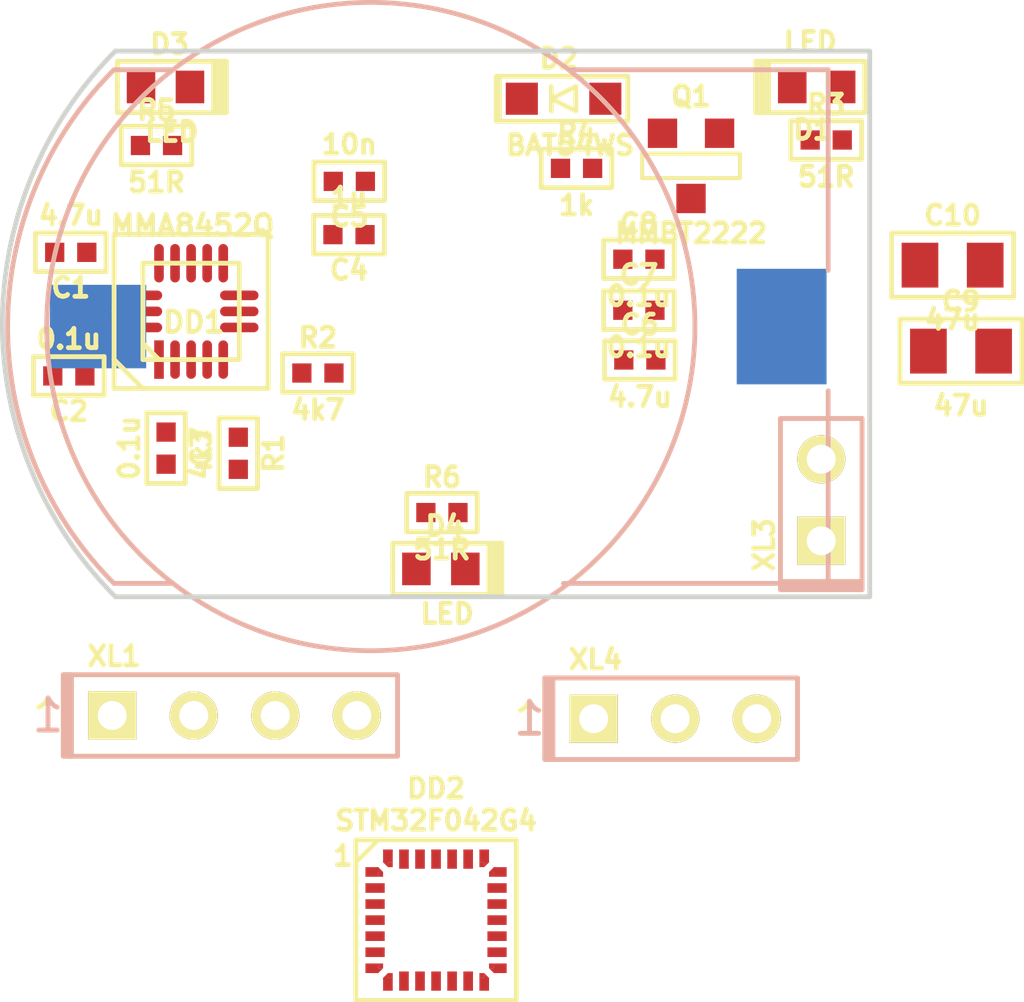
<source format=kicad_pcb>
(kicad_pcb (version 4) (host pcbnew 4.0.0-rc1-stable)

  (general
    (links 76)
    (no_connects 68)
    (area 124.304184 79.024999 151.475001 96.175001)
    (thickness 1.6)
    (drawings 4)
    (tracks 0)
    (zones 0)
    (modules 27)
    (nets 23)
  )

  (page A4)
  (layers
    (0 F.Cu signal)
    (31 B.Cu signal)
    (32 B.Adhes user)
    (33 F.Adhes user)
    (34 B.Paste user)
    (35 F.Paste user)
    (36 B.SilkS user)
    (37 F.SilkS user)
    (38 B.Mask user)
    (39 F.Mask user)
    (40 Dwgs.User user)
    (41 Cmts.User user)
    (42 Eco1.User user)
    (43 Eco2.User user)
    (44 Edge.Cuts user)
    (45 Margin user)
    (46 B.CrtYd user)
    (47 F.CrtYd user)
    (48 B.Fab user)
    (49 F.Fab user)
  )

  (setup
    (last_trace_width 0.2)
    (trace_clearance 0.2)
    (zone_clearance 0.508)
    (zone_45_only no)
    (trace_min 0.2)
    (segment_width 0.2)
    (edge_width 0.15)
    (via_size 0.8)
    (via_drill 0.3)
    (via_min_size 0.4)
    (via_min_drill 0.3)
    (uvia_size 0.3)
    (uvia_drill 0.1)
    (uvias_allowed no)
    (uvia_min_size 0.2)
    (uvia_min_drill 0.1)
    (pcb_text_width 0.3)
    (pcb_text_size 1.5 1.5)
    (mod_edge_width 0.15)
    (mod_text_size 1 1)
    (mod_text_width 0.15)
    (pad_size 1.524 1.524)
    (pad_drill 0.762)
    (pad_to_mask_clearance 0.2)
    (aux_axis_origin 0 0)
    (visible_elements 7FFFFFFF)
    (pcbplotparams
      (layerselection 0x00030_80000001)
      (usegerberextensions false)
      (excludeedgelayer true)
      (linewidth 0.100000)
      (plotframeref false)
      (viasonmask false)
      (mode 1)
      (useauxorigin false)
      (hpglpennumber 1)
      (hpglpenspeed 20)
      (hpglpendiameter 15)
      (hpglpenoverlay 2)
      (psnegative false)
      (psa4output false)
      (plotreference true)
      (plotvalue true)
      (plotinvisibletext false)
      (padsonsilk false)
      (subtractmaskfromsilk false)
      (outputformat 1)
      (mirror false)
      (drillshape 1)
      (scaleselection 1)
      (outputdirectory ""))
  )

  (net 0 "")
  (net 1 +BATT)
  (net 2 GND)
  (net 3 "Net-(C3-Pad1)")
  (net 4 /I2C_SCL)
  (net 5 /I2C_SDA)
  (net 6 "Net-(DD2-Pad14)")
  (net 7 "Net-(D1-PadA)")
  (net 8 "Net-(Q1-Pad1)")
  (net 9 /Vibro)
  (net 10 "Net-(D3-PadA)")
  (net 11 "Net-(DD2-Pad12)")
  (net 12 "Net-(D4-PadA)")
  (net 13 "Net-(DD2-Pad13)")
  (net 14 /ACC_INT1)
  (net 15 /UART_TX)
  (net 16 /UART_RX)
  (net 17 /SWDIO)
  (net 18 /SWCLK)
  (net 19 /Vibro_out)
  (net 20 "Net-(DD2-Pad1)")
  (net 21 "Net-(DD2-Pad7)")
  (net 22 "Net-(DD2-Pad15)")

  (net_class Default "This is the default net class."
    (clearance 0.2)
    (trace_width 0.2)
    (via_dia 0.8)
    (via_drill 0.3)
    (uvia_dia 0.3)
    (uvia_drill 0.1)
    (add_net /ACC_INT1)
    (add_net /I2C_SCL)
    (add_net /I2C_SDA)
    (add_net /SWCLK)
    (add_net /SWDIO)
    (add_net /UART_RX)
    (add_net /UART_TX)
    (add_net /Vibro)
    (add_net /Vibro_out)
    (add_net "Net-(C3-Pad1)")
    (add_net "Net-(D1-PadA)")
    (add_net "Net-(D3-PadA)")
    (add_net "Net-(D4-PadA)")
    (add_net "Net-(DD2-Pad1)")
    (add_net "Net-(DD2-Pad12)")
    (add_net "Net-(DD2-Pad13)")
    (add_net "Net-(DD2-Pad14)")
    (add_net "Net-(DD2-Pad15)")
    (add_net "Net-(DD2-Pad7)")
    (add_net "Net-(Q1-Pad1)")
  )

  (net_class Wide ""
    (clearance 0.2)
    (trace_width 0.5)
    (via_dia 0.8)
    (via_drill 0.3)
    (uvia_dia 0.3)
    (uvia_drill 0.1)
    (add_net +BATT)
    (add_net GND)
  )

  (module Batteries_kl:BAT_CH7410 (layer B.Cu) (tedit 4EBE1055) (tstamp 5648C141)
    (at 135.8571 87.6831)
    (path /56488297)
    (fp_text reference B1 (at 0 5.00126) (layer B.SilkS) hide
      (effects (font (thickness 0.3048)) (justify mirror))
    )
    (fp_text value BAT (at 0.24892 -2.75082) (layer B.SilkS) hide
      (effects (font (thickness 0.3048)) (justify mirror))
    )
    (fp_line (start -8.001 -8.001) (end -6.20014 -8.001) (layer B.SilkS) (width 0.14986))
    (fp_line (start -8.001 8.001) (end -6.20014 8.001) (layer B.SilkS) (width 0.14986))
    (fp_arc (start 0 0) (end -8.001 -8.001) (angle -90) (layer B.SilkS) (width 0.14986))
    (fp_line (start 14.2494 -1.75006) (end 14.2494 -8.001) (layer B.SilkS) (width 0.14986))
    (fp_line (start 14.2494 -8.001) (end 6.25094 -8.001) (layer B.SilkS) (width 0.14986))
    (fp_line (start 14.2494 1.99898) (end 14.2494 8.001) (layer B.SilkS) (width 0.14986))
    (fp_line (start 14.2494 8.001) (end 5.99948 8.001) (layer B.SilkS) (width 0.14986))
    (fp_circle (center 0 0) (end -10.09904 0) (layer B.SilkS) (width 0.14986))
    (pad C smd rect (at -8.49884 0) (size 2.99974 2.60096) (layers B.Cu B.Paste B.Mask)
      (net 2 GND))
    (pad A smd rect (at 12.79906 0) (size 2.79908 3.59918) (layers B.Cu B.Paste B.Mask)
      (net 1 +BATT))
  )

  (module Capacitors:CAP_0402 (layer F.Cu) (tedit 551C278F) (tstamp 5648C147)
    (at 126.5084 85.3708 180)
    (path /5648A72C)
    (attr smd)
    (fp_text reference C1 (at 0 -1.1 180) (layer F.SilkS)
      (effects (font (size 0.6 0.6) (thickness 0.15)))
    )
    (fp_text value 4.7u (at 0 1.15 180) (layer F.SilkS)
      (effects (font (size 0.6 0.6) (thickness 0.15)))
    )
    (fp_line (start 0 -0.6) (end 1.1 -0.6) (layer F.SilkS) (width 0.15))
    (fp_line (start 1.1 -0.6) (end 1.1 0.6) (layer F.SilkS) (width 0.15))
    (fp_line (start 1.1 0.6) (end -1.1 0.6) (layer F.SilkS) (width 0.15))
    (fp_line (start -1.1 0.6) (end -1.1 -0.6) (layer F.SilkS) (width 0.15))
    (fp_line (start -1.1 -0.6) (end 0 -0.6) (layer F.SilkS) (width 0.15))
    (pad 1 smd rect (at -0.5 0 180) (size 0.6 0.6) (layers F.Cu F.Paste F.Mask)
      (net 1 +BATT))
    (pad 2 smd rect (at 0.5 0 180) (size 0.6 0.6) (layers F.Cu F.Paste F.Mask)
      (net 2 GND))
    (model 3d\c_0402.wrl
      (at (xyz 0 0 0))
      (scale (xyz 1 1 1))
      (rotate (xyz 0 0 0))
    )
  )

  (module Capacitors:CAP_0402 (layer F.Cu) (tedit 551C278F) (tstamp 5648C14D)
    (at 126.4484 89.2208 180)
    (path /5648A771)
    (attr smd)
    (fp_text reference C2 (at 0 -1.1 180) (layer F.SilkS)
      (effects (font (size 0.6 0.6) (thickness 0.15)))
    )
    (fp_text value 0.1u (at 0 1.15 180) (layer F.SilkS)
      (effects (font (size 0.6 0.6) (thickness 0.15)))
    )
    (fp_line (start 0 -0.6) (end 1.1 -0.6) (layer F.SilkS) (width 0.15))
    (fp_line (start 1.1 -0.6) (end 1.1 0.6) (layer F.SilkS) (width 0.15))
    (fp_line (start 1.1 0.6) (end -1.1 0.6) (layer F.SilkS) (width 0.15))
    (fp_line (start -1.1 0.6) (end -1.1 -0.6) (layer F.SilkS) (width 0.15))
    (fp_line (start -1.1 -0.6) (end 0 -0.6) (layer F.SilkS) (width 0.15))
    (pad 1 smd rect (at -0.5 0 180) (size 0.6 0.6) (layers F.Cu F.Paste F.Mask)
      (net 1 +BATT))
    (pad 2 smd rect (at 0.5 0 180) (size 0.6 0.6) (layers F.Cu F.Paste F.Mask)
      (net 2 GND))
    (model 3d\c_0402.wrl
      (at (xyz 0 0 0))
      (scale (xyz 1 1 1))
      (rotate (xyz 0 0 0))
    )
  )

  (module Capacitors:CAP_0402 (layer F.Cu) (tedit 551C278F) (tstamp 5648C153)
    (at 129.4784 91.4708 270)
    (path /5648A7AA)
    (attr smd)
    (fp_text reference C3 (at 0 -1.1 270) (layer F.SilkS)
      (effects (font (size 0.6 0.6) (thickness 0.15)))
    )
    (fp_text value 0.1u (at 0 1.15 270) (layer F.SilkS)
      (effects (font (size 0.6 0.6) (thickness 0.15)))
    )
    (fp_line (start 0 -0.6) (end 1.1 -0.6) (layer F.SilkS) (width 0.15))
    (fp_line (start 1.1 -0.6) (end 1.1 0.6) (layer F.SilkS) (width 0.15))
    (fp_line (start 1.1 0.6) (end -1.1 0.6) (layer F.SilkS) (width 0.15))
    (fp_line (start -1.1 0.6) (end -1.1 -0.6) (layer F.SilkS) (width 0.15))
    (fp_line (start -1.1 -0.6) (end 0 -0.6) (layer F.SilkS) (width 0.15))
    (pad 1 smd rect (at -0.5 0 270) (size 0.6 0.6) (layers F.Cu F.Paste F.Mask)
      (net 3 "Net-(C3-Pad1)"))
    (pad 2 smd rect (at 0.5 0 270) (size 0.6 0.6) (layers F.Cu F.Paste F.Mask)
      (net 2 GND))
    (model 3d\c_0402.wrl
      (at (xyz 0 0 0))
      (scale (xyz 1 1 1))
      (rotate (xyz 0 0 0))
    )
  )

  (module Capacitors:CAP_0402 (layer F.Cu) (tedit 551C278F) (tstamp 5648C159)
    (at 135.1771 84.8193 180)
    (path /564710BB)
    (attr smd)
    (fp_text reference C4 (at 0 -1.1 180) (layer F.SilkS)
      (effects (font (size 0.6 0.6) (thickness 0.15)))
    )
    (fp_text value 1u (at 0 1.15 180) (layer F.SilkS)
      (effects (font (size 0.6 0.6) (thickness 0.15)))
    )
    (fp_line (start 0 -0.6) (end 1.1 -0.6) (layer F.SilkS) (width 0.15))
    (fp_line (start 1.1 -0.6) (end 1.1 0.6) (layer F.SilkS) (width 0.15))
    (fp_line (start 1.1 0.6) (end -1.1 0.6) (layer F.SilkS) (width 0.15))
    (fp_line (start -1.1 0.6) (end -1.1 -0.6) (layer F.SilkS) (width 0.15))
    (fp_line (start -1.1 -0.6) (end 0 -0.6) (layer F.SilkS) (width 0.15))
    (pad 1 smd rect (at -0.5 0 180) (size 0.6 0.6) (layers F.Cu F.Paste F.Mask)
      (net 1 +BATT))
    (pad 2 smd rect (at 0.5 0 180) (size 0.6 0.6) (layers F.Cu F.Paste F.Mask)
      (net 2 GND))
    (model 3d\c_0402.wrl
      (at (xyz 0 0 0))
      (scale (xyz 1 1 1))
      (rotate (xyz 0 0 0))
    )
  )

  (module Capacitors:CAP_0402 (layer F.Cu) (tedit 551C278F) (tstamp 5648C15F)
    (at 135.1871 83.1593 180)
    (path /56471098)
    (attr smd)
    (fp_text reference C5 (at 0 -1.1 180) (layer F.SilkS)
      (effects (font (size 0.6 0.6) (thickness 0.15)))
    )
    (fp_text value 10n (at 0 1.15 180) (layer F.SilkS)
      (effects (font (size 0.6 0.6) (thickness 0.15)))
    )
    (fp_line (start 0 -0.6) (end 1.1 -0.6) (layer F.SilkS) (width 0.15))
    (fp_line (start 1.1 -0.6) (end 1.1 0.6) (layer F.SilkS) (width 0.15))
    (fp_line (start 1.1 0.6) (end -1.1 0.6) (layer F.SilkS) (width 0.15))
    (fp_line (start -1.1 0.6) (end -1.1 -0.6) (layer F.SilkS) (width 0.15))
    (fp_line (start -1.1 -0.6) (end 0 -0.6) (layer F.SilkS) (width 0.15))
    (pad 1 smd rect (at -0.5 0 180) (size 0.6 0.6) (layers F.Cu F.Paste F.Mask)
      (net 1 +BATT))
    (pad 2 smd rect (at 0.5 0 180) (size 0.6 0.6) (layers F.Cu F.Paste F.Mask)
      (net 2 GND))
    (model 3d\c_0402.wrl
      (at (xyz 0 0 0))
      (scale (xyz 1 1 1))
      (rotate (xyz 0 0 0))
    )
  )

  (module Capacitors:CAP_0402 (layer F.Cu) (tedit 551C278F) (tstamp 5648C165)
    (at 144.2387 88.7247)
    (path /5647104C)
    (attr smd)
    (fp_text reference C6 (at 0 -1.1) (layer F.SilkS)
      (effects (font (size 0.6 0.6) (thickness 0.15)))
    )
    (fp_text value 4.7u (at 0 1.15) (layer F.SilkS)
      (effects (font (size 0.6 0.6) (thickness 0.15)))
    )
    (fp_line (start 0 -0.6) (end 1.1 -0.6) (layer F.SilkS) (width 0.15))
    (fp_line (start 1.1 -0.6) (end 1.1 0.6) (layer F.SilkS) (width 0.15))
    (fp_line (start 1.1 0.6) (end -1.1 0.6) (layer F.SilkS) (width 0.15))
    (fp_line (start -1.1 0.6) (end -1.1 -0.6) (layer F.SilkS) (width 0.15))
    (fp_line (start -1.1 -0.6) (end 0 -0.6) (layer F.SilkS) (width 0.15))
    (pad 1 smd rect (at -0.5 0) (size 0.6 0.6) (layers F.Cu F.Paste F.Mask)
      (net 1 +BATT))
    (pad 2 smd rect (at 0.5 0) (size 0.6 0.6) (layers F.Cu F.Paste F.Mask)
      (net 2 GND))
    (model 3d\c_0402.wrl
      (at (xyz 0 0 0))
      (scale (xyz 1 1 1))
      (rotate (xyz 0 0 0))
    )
  )

  (module Capacitors:CAP_0402 (layer F.Cu) (tedit 551C278F) (tstamp 5648C16B)
    (at 144.2087 87.1747)
    (path /5647102D)
    (attr smd)
    (fp_text reference C7 (at 0 -1.1) (layer F.SilkS)
      (effects (font (size 0.6 0.6) (thickness 0.15)))
    )
    (fp_text value 0.1u (at 0 1.15) (layer F.SilkS)
      (effects (font (size 0.6 0.6) (thickness 0.15)))
    )
    (fp_line (start 0 -0.6) (end 1.1 -0.6) (layer F.SilkS) (width 0.15))
    (fp_line (start 1.1 -0.6) (end 1.1 0.6) (layer F.SilkS) (width 0.15))
    (fp_line (start 1.1 0.6) (end -1.1 0.6) (layer F.SilkS) (width 0.15))
    (fp_line (start -1.1 0.6) (end -1.1 -0.6) (layer F.SilkS) (width 0.15))
    (fp_line (start -1.1 -0.6) (end 0 -0.6) (layer F.SilkS) (width 0.15))
    (pad 1 smd rect (at -0.5 0) (size 0.6 0.6) (layers F.Cu F.Paste F.Mask)
      (net 1 +BATT))
    (pad 2 smd rect (at 0.5 0) (size 0.6 0.6) (layers F.Cu F.Paste F.Mask)
      (net 2 GND))
    (model 3d\c_0402.wrl
      (at (xyz 0 0 0))
      (scale (xyz 1 1 1))
      (rotate (xyz 0 0 0))
    )
  )

  (module Capacitors:CAP_0402 (layer F.Cu) (tedit 551C278F) (tstamp 5648C171)
    (at 144.2087 85.5847)
    (path /56470FC3)
    (attr smd)
    (fp_text reference C8 (at 0 -1.1) (layer F.SilkS)
      (effects (font (size 0.6 0.6) (thickness 0.15)))
    )
    (fp_text value 0.1u (at 0 1.15) (layer F.SilkS)
      (effects (font (size 0.6 0.6) (thickness 0.15)))
    )
    (fp_line (start 0 -0.6) (end 1.1 -0.6) (layer F.SilkS) (width 0.15))
    (fp_line (start 1.1 -0.6) (end 1.1 0.6) (layer F.SilkS) (width 0.15))
    (fp_line (start 1.1 0.6) (end -1.1 0.6) (layer F.SilkS) (width 0.15))
    (fp_line (start -1.1 0.6) (end -1.1 -0.6) (layer F.SilkS) (width 0.15))
    (fp_line (start -1.1 -0.6) (end 0 -0.6) (layer F.SilkS) (width 0.15))
    (pad 1 smd rect (at -0.5 0) (size 0.6 0.6) (layers F.Cu F.Paste F.Mask)
      (net 1 +BATT))
    (pad 2 smd rect (at 0.5 0) (size 0.6 0.6) (layers F.Cu F.Paste F.Mask)
      (net 2 GND))
    (model 3d\c_0402.wrl
      (at (xyz 0 0 0))
      (scale (xyz 1 1 1))
      (rotate (xyz 0 0 0))
    )
  )

  (module Capacitors:CAP_0805 (layer F.Cu) (tedit 551AC196) (tstamp 5648C177)
    (at 154.2445 88.4484)
    (path /56488B5E)
    (attr smd)
    (fp_text reference C9 (at 0 -1.55) (layer F.SilkS)
      (effects (font (size 0.6 0.6) (thickness 0.15)))
    )
    (fp_text value 47u (at 0 1.69926) (layer F.SilkS)
      (effects (font (size 0.6 0.6) (thickness 0.15)))
    )
    (fp_line (start -1.9 -1) (end 1.9 -1) (layer F.SilkS) (width 0.15))
    (fp_line (start 1.9 -1) (end 1.9 1) (layer F.SilkS) (width 0.15))
    (fp_line (start 1.9 1) (end -1.9 1) (layer F.SilkS) (width 0.15))
    (fp_line (start -1.9 1) (end -1.9 -1) (layer F.SilkS) (width 0.15))
    (pad 1 smd rect (at -1.016 0) (size 1.143 1.397) (layers F.Cu F.Paste F.Mask)
      (net 1 +BATT))
    (pad 2 smd rect (at 1.016 0) (size 1.143 1.397) (layers F.Cu F.Paste F.Mask)
      (net 2 GND))
    (model 3d\c_0805.wrl
      (at (xyz 0 0 0))
      (scale (xyz 1 1 1))
      (rotate (xyz 0 0 0))
    )
  )

  (module Capacitors:CAP_0805 (layer F.Cu) (tedit 551AC196) (tstamp 5648C17D)
    (at 153.9817 85.77)
    (path /56488B03)
    (attr smd)
    (fp_text reference C10 (at 0 -1.55) (layer F.SilkS)
      (effects (font (size 0.6 0.6) (thickness 0.15)))
    )
    (fp_text value 47u (at 0 1.69926) (layer F.SilkS)
      (effects (font (size 0.6 0.6) (thickness 0.15)))
    )
    (fp_line (start -1.9 -1) (end 1.9 -1) (layer F.SilkS) (width 0.15))
    (fp_line (start 1.9 -1) (end 1.9 1) (layer F.SilkS) (width 0.15))
    (fp_line (start 1.9 1) (end -1.9 1) (layer F.SilkS) (width 0.15))
    (fp_line (start -1.9 1) (end -1.9 -1) (layer F.SilkS) (width 0.15))
    (pad 1 smd rect (at -1.016 0) (size 1.143 1.397) (layers F.Cu F.Paste F.Mask)
      (net 1 +BATT))
    (pad 2 smd rect (at 1.016 0) (size 1.143 1.397) (layers F.Cu F.Paste F.Mask)
      (net 2 GND))
    (model 3d\c_0805.wrl
      (at (xyz 0 0 0))
      (scale (xyz 1 1 1))
      (rotate (xyz 0 0 0))
    )
  )

  (module LEDs:LED_0603 (layer F.Cu) (tedit 551AD5AC) (tstamp 5648C183)
    (at 149.7482 80.2183 180)
    (path /56489C07)
    (attr smd)
    (fp_text reference D1 (at 0.127 -1.3335 180) (layer F.SilkS)
      (effects (font (size 0.6 0.6) (thickness 0.15)))
    )
    (fp_text value LED (at 0.2 1.4 180) (layer F.SilkS)
      (effects (font (size 0.6 0.6) (thickness 0.15)))
    )
    (fp_line (start 1.7 -0.8) (end 1.9 -0.8) (layer F.SilkS) (width 0.15))
    (fp_line (start 1.9 -0.8) (end 1.9 0.8) (layer F.SilkS) (width 0.15))
    (fp_line (start 1.9 0.8) (end 1.7 0.8) (layer F.SilkS) (width 0.15))
    (fp_line (start 1.5 -0.8) (end 1.65 -0.8) (layer F.SilkS) (width 0.15))
    (fp_line (start 1.65 -0.8) (end 1.65 0.8) (layer F.SilkS) (width 0.15))
    (fp_line (start 1.65 0.8) (end 1.5 0.8) (layer F.SilkS) (width 0.15))
    (fp_line (start 1.5 0.8) (end 1.75 0.8) (layer F.SilkS) (width 0.15))
    (fp_line (start 1.75 0.8) (end 1.75 -0.8) (layer F.SilkS) (width 0.15))
    (fp_line (start 1.75 -0.8) (end 1.65 -0.8) (layer F.SilkS) (width 0.15))
    (fp_line (start -1.5 0) (end -1.5 -0.8) (layer F.SilkS) (width 0.15))
    (fp_line (start -1.5 -0.8) (end 1.5 -0.8) (layer F.SilkS) (width 0.15))
    (fp_line (start 1.5 -0.8) (end 1.5 0.8) (layer F.SilkS) (width 0.15))
    (fp_line (start 1.5 0.8) (end -1.5 0.8) (layer F.SilkS) (width 0.15))
    (fp_line (start -1.5 0.8) (end -1.5 -0.1) (layer F.SilkS) (width 0.15))
    (pad A smd rect (at -0.762 0 180) (size 0.889 1.016) (layers F.Cu F.Paste F.Mask)
      (net 7 "Net-(D1-PadA)"))
    (pad C smd rect (at 0.762 0 180) (size 0.889 1.016) (layers F.Cu F.Paste F.Mask)
      (net 2 GND))
    (model smd/chip_cms.wrl
      (at (xyz 0 0 0))
      (scale (xyz 0.1 0.1 0.1))
      (rotate (xyz 0 0 0))
    )
  )

  (module Diodes:SOD323 (layer F.Cu) (tedit 551FD193) (tstamp 5648C189)
    (at 141.8622 80.5854)
    (path /56488C75)
    (attr smd)
    (fp_text reference D2 (at -0.14986 -1.24968) (layer F.SilkS)
      (effects (font (size 0.59944 0.59944) (thickness 0.14986)))
    )
    (fp_text value BAT54WS (at 0.20066 1.45034) (layer F.SilkS)
      (effects (font (size 0.59944 0.59944) (thickness 0.14986)))
    )
    (fp_line (start -2 -0.7) (end -2.1 -0.7) (layer F.SilkS) (width 0.15))
    (fp_line (start -2.1 -0.7) (end -2.1 0.7) (layer F.SilkS) (width 0.15))
    (fp_line (start -2.1 0.7) (end -2 0.7) (layer F.SilkS) (width 0.15))
    (fp_line (start -2 -0.7) (end 2 -0.7) (layer F.SilkS) (width 0.15))
    (fp_line (start 2 -0.7) (end 2 0.7) (layer F.SilkS) (width 0.15))
    (fp_line (start 2 0.7) (end -2 0.7) (layer F.SilkS) (width 0.15))
    (fp_line (start -2 0.7) (end -2 -0.7) (layer F.SilkS) (width 0.15))
    (fp_line (start -0.381 0.381) (end -0.381 -0.381) (layer F.SilkS) (width 0.15))
    (fp_line (start 0.381 0) (end 0.381 -0.381) (layer F.SilkS) (width 0.15))
    (fp_line (start 0.381 -0.381) (end -0.381 0) (layer F.SilkS) (width 0.15))
    (fp_line (start -0.381 0) (end 0.381 0.381) (layer F.SilkS) (width 0.15))
    (fp_line (start 0.381 0.381) (end 0.381 0) (layer F.SilkS) (width 0.15))
    (pad C smd rect (at -1.30048 0) (size 1.00076 1.00076) (layers F.Cu F.Paste F.Mask)
      (net 1 +BATT))
    (pad A smd rect (at 1.30048 0) (size 1.00076 1.00076) (layers F.Cu F.Paste F.Mask)
      (net 19 /Vibro_out))
    (model smd/chip_cms.wrl
      (at (xyz 0 0 0))
      (scale (xyz 0.17 0.16 0.16))
      (rotate (xyz 0 0 0))
    )
  )

  (module LEDs:LED_0603 (layer F.Cu) (tedit 551AD5AC) (tstamp 5648C18F)
    (at 129.4601 80.2184)
    (path /5648A4BE)
    (attr smd)
    (fp_text reference D3 (at 0.127 -1.3335) (layer F.SilkS)
      (effects (font (size 0.6 0.6) (thickness 0.15)))
    )
    (fp_text value LED (at 0.2 1.4) (layer F.SilkS)
      (effects (font (size 0.6 0.6) (thickness 0.15)))
    )
    (fp_line (start 1.7 -0.8) (end 1.9 -0.8) (layer F.SilkS) (width 0.15))
    (fp_line (start 1.9 -0.8) (end 1.9 0.8) (layer F.SilkS) (width 0.15))
    (fp_line (start 1.9 0.8) (end 1.7 0.8) (layer F.SilkS) (width 0.15))
    (fp_line (start 1.5 -0.8) (end 1.65 -0.8) (layer F.SilkS) (width 0.15))
    (fp_line (start 1.65 -0.8) (end 1.65 0.8) (layer F.SilkS) (width 0.15))
    (fp_line (start 1.65 0.8) (end 1.5 0.8) (layer F.SilkS) (width 0.15))
    (fp_line (start 1.5 0.8) (end 1.75 0.8) (layer F.SilkS) (width 0.15))
    (fp_line (start 1.75 0.8) (end 1.75 -0.8) (layer F.SilkS) (width 0.15))
    (fp_line (start 1.75 -0.8) (end 1.65 -0.8) (layer F.SilkS) (width 0.15))
    (fp_line (start -1.5 0) (end -1.5 -0.8) (layer F.SilkS) (width 0.15))
    (fp_line (start -1.5 -0.8) (end 1.5 -0.8) (layer F.SilkS) (width 0.15))
    (fp_line (start 1.5 -0.8) (end 1.5 0.8) (layer F.SilkS) (width 0.15))
    (fp_line (start 1.5 0.8) (end -1.5 0.8) (layer F.SilkS) (width 0.15))
    (fp_line (start -1.5 0.8) (end -1.5 -0.1) (layer F.SilkS) (width 0.15))
    (pad A smd rect (at -0.762 0) (size 0.889 1.016) (layers F.Cu F.Paste F.Mask)
      (net 10 "Net-(D3-PadA)"))
    (pad C smd rect (at 0.762 0) (size 0.889 1.016) (layers F.Cu F.Paste F.Mask)
      (net 2 GND))
    (model smd/chip_cms.wrl
      (at (xyz 0 0 0))
      (scale (xyz 0.1 0.1 0.1))
      (rotate (xyz 0 0 0))
    )
  )

  (module LEDs:LED_0603 (layer F.Cu) (tedit 551AD5AC) (tstamp 5648C195)
    (at 138.039 95.2334)
    (path /5648A575)
    (attr smd)
    (fp_text reference D4 (at 0.127 -1.3335) (layer F.SilkS)
      (effects (font (size 0.6 0.6) (thickness 0.15)))
    )
    (fp_text value LED (at 0.2 1.4) (layer F.SilkS)
      (effects (font (size 0.6 0.6) (thickness 0.15)))
    )
    (fp_line (start 1.7 -0.8) (end 1.9 -0.8) (layer F.SilkS) (width 0.15))
    (fp_line (start 1.9 -0.8) (end 1.9 0.8) (layer F.SilkS) (width 0.15))
    (fp_line (start 1.9 0.8) (end 1.7 0.8) (layer F.SilkS) (width 0.15))
    (fp_line (start 1.5 -0.8) (end 1.65 -0.8) (layer F.SilkS) (width 0.15))
    (fp_line (start 1.65 -0.8) (end 1.65 0.8) (layer F.SilkS) (width 0.15))
    (fp_line (start 1.65 0.8) (end 1.5 0.8) (layer F.SilkS) (width 0.15))
    (fp_line (start 1.5 0.8) (end 1.75 0.8) (layer F.SilkS) (width 0.15))
    (fp_line (start 1.75 0.8) (end 1.75 -0.8) (layer F.SilkS) (width 0.15))
    (fp_line (start 1.75 -0.8) (end 1.65 -0.8) (layer F.SilkS) (width 0.15))
    (fp_line (start -1.5 0) (end -1.5 -0.8) (layer F.SilkS) (width 0.15))
    (fp_line (start -1.5 -0.8) (end 1.5 -0.8) (layer F.SilkS) (width 0.15))
    (fp_line (start 1.5 -0.8) (end 1.5 0.8) (layer F.SilkS) (width 0.15))
    (fp_line (start 1.5 0.8) (end -1.5 0.8) (layer F.SilkS) (width 0.15))
    (fp_line (start -1.5 0.8) (end -1.5 -0.1) (layer F.SilkS) (width 0.15))
    (pad A smd rect (at -0.762 0) (size 0.889 1.016) (layers F.Cu F.Paste F.Mask)
      (net 12 "Net-(D4-PadA)"))
    (pad C smd rect (at 0.762 0) (size 0.889 1.016) (layers F.Cu F.Paste F.Mask)
      (net 2 GND))
    (model smd/chip_cms.wrl
      (at (xyz 0 0 0))
      (scale (xyz 0.1 0.1 0.1))
      (rotate (xyz 0 0 0))
    )
  )

  (module QFN_DFN:QFN16_5_3 (layer F.Cu) (tedit 5648C532) (tstamp 5648C1A9)
    (at 130.2584 87.2108)
    (path /5648A46A)
    (fp_text reference DD1 (at 0.08 0.34) (layer F.SilkS)
      (effects (font (size 0.635 0.635) (thickness 0.14986)))
    )
    (fp_text value MMA8452Q (at 0.04 -2.67) (layer F.SilkS)
      (effects (font (size 0.635 0.635) (thickness 0.14986)))
    )
    (fp_line (start -2.4 1.5) (end -1.5 2.4) (layer F.SilkS) (width 0.15))
    (fp_line (start -1.5 2.4) (end -1.4 2.4) (layer F.SilkS) (width 0.15))
    (fp_line (start -2.4 0) (end -2.4 -2.4) (layer F.SilkS) (width 0.15))
    (fp_line (start -2.4 -2.4) (end 2.4 -2.4) (layer F.SilkS) (width 0.15))
    (fp_line (start 2.4 -2.4) (end 2.4 2.4) (layer F.SilkS) (width 0.15))
    (fp_line (start 2.4 2.4) (end -2.4 2.4) (layer F.SilkS) (width 0.15))
    (fp_line (start -2.4 2.4) (end -2.4 0) (layer F.SilkS) (width 0.15))
    (fp_line (start -1.50114 1.00076) (end -1.00076 1.50114) (layer F.SilkS) (width 0.14986))
    (fp_line (start -1.50114 -1.50114) (end 1.50114 -1.50114) (layer F.SilkS) (width 0.14986))
    (fp_line (start 1.50114 -1.50114) (end 1.50114 1.50114) (layer F.SilkS) (width 0.14986))
    (fp_line (start 1.50114 1.50114) (end -1.50114 1.50114) (layer F.SilkS) (width 0.14986))
    (fp_line (start -1.50114 1.50114) (end -1.50114 -1.50114) (layer F.SilkS) (width 0.14986))
    (pad 1 smd rect (at -1.00076 1.50114 90) (size 1.19888 0.29972) (layers F.Cu F.Paste F.Mask)
      (net 1 +BATT))
    (pad 2 smd oval (at -0.50038 1.50114 90) (size 1.19888 0.29972) (layers F.Cu F.Paste F.Mask)
      (net 3 "Net-(C3-Pad1)"))
    (pad 3 smd oval (at 0 1.50114 90) (size 1.19888 0.29972) (layers F.Cu F.Paste F.Mask))
    (pad 4 smd oval (at 0.50038 1.50114 90) (size 1.19888 0.29972) (layers F.Cu F.Paste F.Mask)
      (net 4 /I2C_SCL))
    (pad 5 smd oval (at 1.00076 1.50114 90) (size 1.19888 0.29972) (layers F.Cu F.Paste F.Mask)
      (net 2 GND))
    (pad 6 smd oval (at 1.50114 0.50038) (size 1.19888 0.29972) (layers F.Cu F.Paste F.Mask)
      (net 5 /I2C_SDA))
    (pad 7 smd oval (at 1.50114 0) (size 1.19888 0.29972) (layers F.Cu F.Paste F.Mask)
      (net 2 GND))
    (pad 8 smd oval (at 1.50114 -0.50038) (size 1.19888 0.29972) (layers F.Cu F.Paste F.Mask))
    (pad 9 smd oval (at 1.00076 -1.50114 90) (size 1.19888 0.29972) (layers F.Cu F.Paste F.Mask))
    (pad 10 smd oval (at 0.50038 -1.50114 90) (size 1.19888 0.29972) (layers F.Cu F.Paste F.Mask)
      (net 2 GND))
    (pad 11 smd oval (at 0 -1.50114 90) (size 1.19888 0.29972) (layers F.Cu F.Paste F.Mask)
      (net 14 /ACC_INT1))
    (pad 12 smd oval (at -0.50038 -1.50114 90) (size 1.19888 0.29972) (layers F.Cu F.Paste F.Mask)
      (net 2 GND))
    (pad 13 smd oval (at -1.00076 -1.50114 90) (size 1.19888 0.29972) (layers F.Cu F.Paste F.Mask))
    (pad 14 smd oval (at -1.50114 -0.50038) (size 1.19888 0.29972) (layers F.Cu F.Paste F.Mask)
      (net 1 +BATT))
    (pad 15 smd oval (at -1.50114 0) (size 1.19888 0.29972) (layers F.Cu F.Paste F.Mask))
    (pad 16 smd oval (at -1.50114 0.50038) (size 1.19888 0.29972) (layers F.Cu F.Paste F.Mask))
  )

  (module SOT:SOT23-3 (layer F.Cu) (tedit 551BED86) (tstamp 5648C1E0)
    (at 145.833 82.6763)
    (descr "Module SOT23")
    (path /56488F54)
    (attr smd)
    (fp_text reference Q1 (at 0 -2.159) (layer F.SilkS)
      (effects (font (size 0.6 0.6) (thickness 0.15)))
    )
    (fp_text value MMBT2222 (at 0 2.10058) (layer F.SilkS)
      (effects (font (size 0.59944 0.59944) (thickness 0.14986)))
    )
    (fp_line (start -1.524 -0.381) (end 1.524 -0.381) (layer F.SilkS) (width 0.127))
    (fp_line (start 1.524 -0.381) (end 1.524 0.381) (layer F.SilkS) (width 0.127))
    (fp_line (start 1.524 0.381) (end -1.524 0.381) (layer F.SilkS) (width 0.127))
    (fp_line (start -1.524 0.381) (end -1.524 -0.381) (layer F.SilkS) (width 0.127))
    (pad 2 smd rect (at -0.889 -1.016) (size 0.9144 0.9144) (layers F.Cu F.Paste F.Mask)
      (net 2 GND))
    (pad 1 smd rect (at 0.889 -1.016) (size 0.9144 0.9144) (layers F.Cu F.Paste F.Mask)
      (net 8 "Net-(Q1-Pad1)"))
    (pad 3 smd rect (at 0 1.016) (size 0.9144 0.9144) (layers F.Cu F.Paste F.Mask)
      (net 19 /Vibro_out))
    (model sot23-3.wrl
      (at (xyz 0 0 0))
      (scale (xyz 1 1 1))
      (rotate (xyz 0 0 180))
    )
  )

  (module Resistors:RES_0402 (layer F.Cu) (tedit 551C257B) (tstamp 5648C1E6)
    (at 131.7284 91.6308 270)
    (path /5648AE67)
    (attr smd)
    (fp_text reference R1 (at 0 -1.1 270) (layer F.SilkS)
      (effects (font (size 0.6 0.6) (thickness 0.15)))
    )
    (fp_text value 4k7 (at 0 1.15 270) (layer F.SilkS)
      (effects (font (size 0.6 0.6) (thickness 0.15)))
    )
    (fp_line (start 0 -0.6) (end 1.1 -0.6) (layer F.SilkS) (width 0.15))
    (fp_line (start 1.1 -0.6) (end 1.1 0.6) (layer F.SilkS) (width 0.15))
    (fp_line (start 1.1 0.6) (end -1.1 0.6) (layer F.SilkS) (width 0.15))
    (fp_line (start -1.1 0.6) (end -1.1 -0.6) (layer F.SilkS) (width 0.15))
    (fp_line (start -1.1 -0.6) (end 0 -0.6) (layer F.SilkS) (width 0.15))
    (pad 1 smd rect (at -0.5 0 270) (size 0.6 0.6) (layers F.Cu F.Paste F.Mask)
      (net 4 /I2C_SCL))
    (pad 2 smd rect (at 0.5 0 270) (size 0.6 0.6) (layers F.Cu F.Paste F.Mask)
      (net 1 +BATT))
    (model 3d\r_0402.wrl
      (at (xyz 0 0 0))
      (scale (xyz 1 1 1))
      (rotate (xyz 0 0 0))
    )
  )

  (module Resistors:RES_0402 (layer F.Cu) (tedit 551C257B) (tstamp 5648C1EC)
    (at 134.2084 89.1308)
    (path /5648AEC4)
    (attr smd)
    (fp_text reference R2 (at 0 -1.1) (layer F.SilkS)
      (effects (font (size 0.6 0.6) (thickness 0.15)))
    )
    (fp_text value 4k7 (at 0 1.15) (layer F.SilkS)
      (effects (font (size 0.6 0.6) (thickness 0.15)))
    )
    (fp_line (start 0 -0.6) (end 1.1 -0.6) (layer F.SilkS) (width 0.15))
    (fp_line (start 1.1 -0.6) (end 1.1 0.6) (layer F.SilkS) (width 0.15))
    (fp_line (start 1.1 0.6) (end -1.1 0.6) (layer F.SilkS) (width 0.15))
    (fp_line (start -1.1 0.6) (end -1.1 -0.6) (layer F.SilkS) (width 0.15))
    (fp_line (start -1.1 -0.6) (end 0 -0.6) (layer F.SilkS) (width 0.15))
    (pad 1 smd rect (at -0.5 0) (size 0.6 0.6) (layers F.Cu F.Paste F.Mask)
      (net 5 /I2C_SDA))
    (pad 2 smd rect (at 0.5 0) (size 0.6 0.6) (layers F.Cu F.Paste F.Mask)
      (net 1 +BATT))
    (model 3d\r_0402.wrl
      (at (xyz 0 0 0))
      (scale (xyz 1 1 1))
      (rotate (xyz 0 0 0))
    )
  )

  (module Resistors:RES_0402 (layer F.Cu) (tedit 551C257B) (tstamp 5648C1F2)
    (at 150.0445 81.8708)
    (path /56489CC6)
    (attr smd)
    (fp_text reference R3 (at 0 -1.1) (layer F.SilkS)
      (effects (font (size 0.6 0.6) (thickness 0.15)))
    )
    (fp_text value 51R (at 0 1.15) (layer F.SilkS)
      (effects (font (size 0.6 0.6) (thickness 0.15)))
    )
    (fp_line (start 0 -0.6) (end 1.1 -0.6) (layer F.SilkS) (width 0.15))
    (fp_line (start 1.1 -0.6) (end 1.1 0.6) (layer F.SilkS) (width 0.15))
    (fp_line (start 1.1 0.6) (end -1.1 0.6) (layer F.SilkS) (width 0.15))
    (fp_line (start -1.1 0.6) (end -1.1 -0.6) (layer F.SilkS) (width 0.15))
    (fp_line (start -1.1 -0.6) (end 0 -0.6) (layer F.SilkS) (width 0.15))
    (pad 1 smd rect (at -0.5 0) (size 0.6 0.6) (layers F.Cu F.Paste F.Mask)
      (net 6 "Net-(DD2-Pad14)"))
    (pad 2 smd rect (at 0.5 0) (size 0.6 0.6) (layers F.Cu F.Paste F.Mask)
      (net 7 "Net-(D1-PadA)"))
    (model 3d\r_0402.wrl
      (at (xyz 0 0 0))
      (scale (xyz 1 1 1))
      (rotate (xyz 0 0 0))
    )
  )

  (module Resistors:RES_0402 (layer F.Cu) (tedit 551C257B) (tstamp 5648C1F8)
    (at 142.267 82.7545)
    (path /5648910B)
    (attr smd)
    (fp_text reference R4 (at 0 -1.1) (layer F.SilkS)
      (effects (font (size 0.6 0.6) (thickness 0.15)))
    )
    (fp_text value 1k (at 0 1.15) (layer F.SilkS)
      (effects (font (size 0.6 0.6) (thickness 0.15)))
    )
    (fp_line (start 0 -0.6) (end 1.1 -0.6) (layer F.SilkS) (width 0.15))
    (fp_line (start 1.1 -0.6) (end 1.1 0.6) (layer F.SilkS) (width 0.15))
    (fp_line (start 1.1 0.6) (end -1.1 0.6) (layer F.SilkS) (width 0.15))
    (fp_line (start -1.1 0.6) (end -1.1 -0.6) (layer F.SilkS) (width 0.15))
    (fp_line (start -1.1 -0.6) (end 0 -0.6) (layer F.SilkS) (width 0.15))
    (pad 1 smd rect (at -0.5 0) (size 0.6 0.6) (layers F.Cu F.Paste F.Mask)
      (net 8 "Net-(Q1-Pad1)"))
    (pad 2 smd rect (at 0.5 0) (size 0.6 0.6) (layers F.Cu F.Paste F.Mask)
      (net 9 /Vibro))
    (model 3d\r_0402.wrl
      (at (xyz 0 0 0))
      (scale (xyz 1 1 1))
      (rotate (xyz 0 0 0))
    )
  )

  (module Resistors:RES_0402 (layer F.Cu) (tedit 551C257B) (tstamp 5648C1FE)
    (at 129.1801 82.0421)
    (path /5648A5E6)
    (attr smd)
    (fp_text reference R5 (at 0 -1.1) (layer F.SilkS)
      (effects (font (size 0.6 0.6) (thickness 0.15)))
    )
    (fp_text value 51R (at 0 1.15) (layer F.SilkS)
      (effects (font (size 0.6 0.6) (thickness 0.15)))
    )
    (fp_line (start 0 -0.6) (end 1.1 -0.6) (layer F.SilkS) (width 0.15))
    (fp_line (start 1.1 -0.6) (end 1.1 0.6) (layer F.SilkS) (width 0.15))
    (fp_line (start 1.1 0.6) (end -1.1 0.6) (layer F.SilkS) (width 0.15))
    (fp_line (start -1.1 0.6) (end -1.1 -0.6) (layer F.SilkS) (width 0.15))
    (fp_line (start -1.1 -0.6) (end 0 -0.6) (layer F.SilkS) (width 0.15))
    (pad 1 smd rect (at -0.5 0) (size 0.6 0.6) (layers F.Cu F.Paste F.Mask)
      (net 10 "Net-(D3-PadA)"))
    (pad 2 smd rect (at 0.5 0) (size 0.6 0.6) (layers F.Cu F.Paste F.Mask)
      (net 11 "Net-(DD2-Pad12)"))
    (model 3d\r_0402.wrl
      (at (xyz 0 0 0))
      (scale (xyz 1 1 1))
      (rotate (xyz 0 0 0))
    )
  )

  (module Resistors:RES_0402 (layer F.Cu) (tedit 551C257B) (tstamp 5648C204)
    (at 138.0727 93.4772)
    (path /5648A67F)
    (attr smd)
    (fp_text reference R6 (at 0 -1.1) (layer F.SilkS)
      (effects (font (size 0.6 0.6) (thickness 0.15)))
    )
    (fp_text value 51R (at 0 1.15) (layer F.SilkS)
      (effects (font (size 0.6 0.6) (thickness 0.15)))
    )
    (fp_line (start 0 -0.6) (end 1.1 -0.6) (layer F.SilkS) (width 0.15))
    (fp_line (start 1.1 -0.6) (end 1.1 0.6) (layer F.SilkS) (width 0.15))
    (fp_line (start 1.1 0.6) (end -1.1 0.6) (layer F.SilkS) (width 0.15))
    (fp_line (start -1.1 0.6) (end -1.1 -0.6) (layer F.SilkS) (width 0.15))
    (fp_line (start -1.1 -0.6) (end 0 -0.6) (layer F.SilkS) (width 0.15))
    (pad 1 smd rect (at -0.5 0) (size 0.6 0.6) (layers F.Cu F.Paste F.Mask)
      (net 12 "Net-(D4-PadA)"))
    (pad 2 smd rect (at 0.5 0) (size 0.6 0.6) (layers F.Cu F.Paste F.Mask)
      (net 13 "Net-(DD2-Pad13)"))
    (model 3d\r_0402.wrl
      (at (xyz 0 0 0))
      (scale (xyz 1 1 1))
      (rotate (xyz 0 0 0))
    )
  )

  (module Connectors:PLS-2 (layer F.Cu) (tedit 556EEC20) (tstamp 5648C219)
    (at 149.89 94.357 90)
    (descr "Single-line connector 2-pin")
    (path /56488D61)
    (fp_text reference XL3 (at -0.127 -1.778 90) (layer F.SilkS)
      (effects (font (size 0.6 0.6) (thickness 0.15)))
    )
    (fp_text value CONN_2 (at 3.048 -1.778 90) (layer F.SilkS) hide
      (effects (font (size 0.635 0.635) (thickness 0.16002)))
    )
    (fp_line (start -1.524 -1.27) (end 3.81 -1.27) (layer B.SilkS) (width 0.15))
    (fp_line (start 3.81 -1.27) (end 3.81 1.27) (layer B.SilkS) (width 0.15))
    (fp_line (start 3.81 1.27) (end -1.524 1.27) (layer B.SilkS) (width 0.15))
    (fp_line (start -1.524 1.27) (end -1.524 -1.27) (layer B.SilkS) (width 0.15))
    (fp_line (start -1.524 -1.27) (end -1.397 -1.27) (layer B.SilkS) (width 0.15))
    (fp_line (start -1.397 -1.27) (end -1.397 1.27) (layer B.SilkS) (width 0.15))
    (fp_line (start -1.397 1.27) (end -1.27 1.27) (layer B.SilkS) (width 0.15))
    (fp_line (start -1.27 1.27) (end -1.27 -1.27) (layer B.SilkS) (width 0.15))
    (fp_line (start 3.81 1.27) (end -1.27 1.27) (layer F.SilkS) (width 0.15))
    (fp_line (start 3.81 -1.27) (end -1.27 -1.27) (layer F.SilkS) (width 0.15))
    (fp_line (start -1.397 1.27) (end -1.27 1.27) (layer F.SilkS) (width 0.15))
    (fp_line (start -1.27 -1.27) (end -1.524 -1.27) (layer F.SilkS) (width 0.15))
    (fp_line (start -1.524 -1.27) (end -1.524 1.27) (layer F.SilkS) (width 0.15))
    (fp_line (start -1.524 1.27) (end -1.397 1.27) (layer F.SilkS) (width 0.15))
    (fp_line (start -1.397 1.27) (end -1.397 -1.143) (layer F.SilkS) (width 0.15))
    (fp_line (start 3.81 -1.27) (end 3.81 1.27) (layer F.SilkS) (width 0.15))
    (fp_line (start -1.27 1.27) (end -1.27 -1.27) (layer F.SilkS) (width 0.15))
    (pad 1 thru_hole rect (at 0 0 90) (size 1.5 1.5) (drill 0.9) (layers *.Cu *.Mask F.SilkS)
      (net 1 +BATT))
    (pad 2 thru_hole circle (at 2.54 0 90) (size 1.5 1.5) (drill 0.9) (layers *.Cu *.Mask F.SilkS)
      (net 19 /Vibro_out))
  )

  (module Connectors:PLS-4 (layer F.Cu) (tedit 556EEC4F) (tstamp 5648ED10)
    (at 127.8 99.8)
    (descr "Single-line connector 4-pin")
    (path /5648BB15)
    (fp_text reference XL1 (at 0.06096 -1.84912) (layer F.SilkS)
      (effects (font (size 0.6 0.6) (thickness 0.15)))
    )
    (fp_text value ST_SWD (at 7.40918 -1.84912) (layer F.SilkS) hide
      (effects (font (size 0.635 0.635) (thickness 0.16002)))
    )
    (fp_text user 1 (at -2 0) (layer B.SilkS)
      (effects (font (size 1 1) (thickness 0.15)) (justify mirror))
    )
    (fp_text user 1 (at -2 0) (layer F.SilkS)
      (effects (font (size 1 1) (thickness 0.15)))
    )
    (fp_line (start -1.524 -1.27) (end 8.89 -1.27) (layer B.SilkS) (width 0.15))
    (fp_line (start 8.89 -1.27) (end 8.89 1.27) (layer B.SilkS) (width 0.15))
    (fp_line (start 8.89 1.27) (end -1.524 1.27) (layer B.SilkS) (width 0.15))
    (fp_line (start -1.524 1.27) (end -1.524 -1.27) (layer B.SilkS) (width 0.15))
    (fp_line (start -1.524 -1.27) (end -1.397 -1.27) (layer B.SilkS) (width 0.15))
    (fp_line (start -1.397 -1.27) (end -1.397 1.27) (layer B.SilkS) (width 0.15))
    (fp_line (start -1.397 1.27) (end -1.27 1.27) (layer B.SilkS) (width 0.15))
    (fp_line (start -1.27 1.27) (end -1.27 -1.27) (layer B.SilkS) (width 0.15))
    (fp_line (start -1.27 1.27) (end -1.524 1.27) (layer F.SilkS) (width 0.15))
    (fp_line (start -1.524 1.27) (end -1.524 -1.27) (layer F.SilkS) (width 0.15))
    (fp_line (start -1.524 -1.27) (end -1.27 -1.27) (layer F.SilkS) (width 0.15))
    (fp_line (start -1.27 -1.27) (end -1.397 -1.27) (layer F.SilkS) (width 0.15))
    (fp_line (start -1.397 -1.27) (end -1.397 1.27) (layer F.SilkS) (width 0.15))
    (fp_line (start -1.27 -1.27) (end 8.89 -1.27) (layer F.SilkS) (width 0.15))
    (fp_line (start 8.89 -1.27) (end 8.89 1.27) (layer F.SilkS) (width 0.15))
    (fp_line (start 8.89 1.27) (end -1.27 1.27) (layer F.SilkS) (width 0.15))
    (fp_line (start -1.27 1.27) (end -1.27 -1.27) (layer F.SilkS) (width 0.15))
    (pad 1 thru_hole rect (at 0 0) (size 1.5 1.5) (drill 0.9) (layers *.Cu *.Mask F.SilkS)
      (net 1 +BATT))
    (pad 2 thru_hole circle (at 2.54 0) (size 1.5 1.5) (drill 0.9) (layers *.Cu *.Mask F.SilkS)
      (net 18 /SWCLK))
    (pad 3 thru_hole circle (at 5.08 0) (size 1.5 1.5) (drill 0.9) (layers *.Cu *.Mask F.SilkS)
      (net 2 GND))
    (pad 4 thru_hole circle (at 7.62 0) (size 1.5 1.5) (drill 0.9) (layers *.Cu *.Mask F.SilkS)
      (net 17 /SWDIO))
  )

  (module Connectors:PLS-3 (layer F.Cu) (tedit 556EEC6A) (tstamp 5648ED17)
    (at 142.8 99.9)
    (descr "Single-line connector 4-pin")
    (path /5648B6D3)
    (fp_text reference XL4 (at 0.06096 -1.84912) (layer F.SilkS)
      (effects (font (size 0.6 0.6) (thickness 0.15)))
    )
    (fp_text value CONN_3 (at 7.40918 -1.84912) (layer F.SilkS) hide
      (effects (font (size 0.635 0.635) (thickness 0.16002)))
    )
    (fp_text user 1 (at -2 0) (layer F.SilkS)
      (effects (font (size 1 1) (thickness 0.15)))
    )
    (fp_text user 1 (at -2 0) (layer B.SilkS)
      (effects (font (size 1 1) (thickness 0.15)) (justify mirror))
    )
    (fp_line (start -1.397 -1.27) (end -1.27 -1.27) (layer B.SilkS) (width 0.15))
    (fp_line (start -1.524 1.27) (end -1.397 1.27) (layer B.SilkS) (width 0.15))
    (fp_line (start -1.27 1.27) (end 6.35 1.27) (layer B.SilkS) (width 0.15))
    (fp_line (start 6.35 -1.27) (end -1.27 -1.27) (layer B.SilkS) (width 0.15))
    (fp_line (start -1.27 1.27) (end 6.35 1.27) (layer F.SilkS) (width 0.15))
    (fp_line (start -1.27 -1.27) (end 6.35 -1.27) (layer F.SilkS) (width 0.15))
    (fp_line (start 6.35 -1.27) (end 6.35 1.27) (layer B.SilkS) (width 0.15))
    (fp_line (start -1.524 1.27) (end -1.524 -1.27) (layer B.SilkS) (width 0.15))
    (fp_line (start -1.524 -1.27) (end -1.397 -1.27) (layer B.SilkS) (width 0.15))
    (fp_line (start -1.397 -1.27) (end -1.397 1.27) (layer B.SilkS) (width 0.15))
    (fp_line (start -1.397 1.27) (end -1.27 1.27) (layer B.SilkS) (width 0.15))
    (fp_line (start -1.27 1.27) (end -1.27 -1.27) (layer B.SilkS) (width 0.15))
    (fp_line (start -1.27 1.27) (end -1.524 1.27) (layer F.SilkS) (width 0.15))
    (fp_line (start -1.524 1.27) (end -1.524 -1.27) (layer F.SilkS) (width 0.15))
    (fp_line (start -1.524 -1.27) (end -1.27 -1.27) (layer F.SilkS) (width 0.15))
    (fp_line (start -1.27 -1.27) (end -1.397 -1.27) (layer F.SilkS) (width 0.15))
    (fp_line (start -1.397 -1.27) (end -1.397 1.27) (layer F.SilkS) (width 0.15))
    (fp_line (start 6.35 -1.27) (end 6.35 1.27) (layer F.SilkS) (width 0.15))
    (fp_line (start -1.27 1.27) (end -1.27 -1.27) (layer F.SilkS) (width 0.15))
    (pad 1 thru_hole rect (at 0 0) (size 1.5 1.5) (drill 0.9) (layers *.Cu *.Mask F.SilkS)
      (net 2 GND))
    (pad 2 thru_hole circle (at 2.54 0) (size 1.5 1.5) (drill 0.9) (layers *.Cu *.Mask F.SilkS)
      (net 15 /UART_TX))
    (pad 3 thru_hole circle (at 5.08 0) (size 1.5 1.5) (drill 0.9) (layers *.Cu *.Mask F.SilkS)
      (net 16 /UART_RX))
  )

  (module QFN_DFN:UFQFPN28 (layer F.Cu) (tedit 5648F1B7) (tstamp 5648F835)
    (at 137.889592 106.175001)
    (path /564689D6)
    (fp_text reference DD2 (at 0 -4.1) (layer F.SilkS)
      (effects (font (size 0.6 0.6) (thickness 0.15)))
    )
    (fp_text value STM32F042G4 (at 0 -3.1) (layer F.SilkS)
      (effects (font (size 0.6 0.6) (thickness 0.15)))
    )
    (fp_text user 1 (at -2.9 -2) (layer F.SilkS)
      (effects (font (size 0.6 0.6) (thickness 0.15)))
    )
    (fp_line (start -2.5 -1.8) (end -1.8 -2.5) (layer F.SilkS) (width 0.15))
    (fp_line (start -2.5 -2.5) (end 2.5 -2.5) (layer F.SilkS) (width 0.15))
    (fp_line (start 2.5 -2.5) (end 2.5 2.5) (layer F.SilkS) (width 0.15))
    (fp_line (start 2.5 2.5) (end -2.5 2.5) (layer F.SilkS) (width 0.15))
    (fp_line (start -2.5 2.5) (end -2.5 -2.5) (layer F.SilkS) (width 0.15))
    (pad 1 smd rect (at -2 -1.5) (size 0.4 0.3) (layers F.Cu F.Paste F.Mask)
      (net 20 "Net-(DD2-Pad1)"))
    (pad 2 smd rect (at -1.9 -1) (size 0.6 0.3) (layers F.Cu F.Paste F.Mask))
    (pad 3 smd rect (at -1.9 -0.5) (size 0.6 0.3) (layers F.Cu F.Paste F.Mask))
    (pad 4 smd rect (at -1.9 0) (size 0.6 0.3) (layers F.Cu F.Paste F.Mask))
    (pad 5 smd rect (at -1.9 0.5) (size 0.6 0.3) (layers F.Cu F.Paste F.Mask)
      (net 1 +BATT))
    (pad 6 smd rect (at -1.9 1) (size 0.6 0.3) (layers F.Cu F.Paste F.Mask)
      (net 14 /ACC_INT1))
    (pad 7 smd rect (at -2 1.5) (size 0.4 0.3) (layers F.Cu F.Paste F.Mask)
      (net 21 "Net-(DD2-Pad7)"))
    (pad 8 smd rect (at -1.5 2 90) (size 0.4 0.3) (layers F.Cu F.Paste F.Mask)
      (net 15 /UART_TX))
    (pad 9 smd rect (at -1 1.9 90) (size 0.6 0.3) (layers F.Cu F.Paste F.Mask)
      (net 16 /UART_RX))
    (pad 10 smd rect (at -0.5 1.9 90) (size 0.6 0.3) (layers F.Cu F.Paste F.Mask)
      (net 9 /Vibro))
    (pad 11 smd rect (at 0 1.9 90) (size 0.6 0.3) (layers F.Cu F.Paste F.Mask))
    (pad 12 smd rect (at 0.5 1.9 90) (size 0.6 0.3) (layers F.Cu F.Paste F.Mask)
      (net 11 "Net-(DD2-Pad12)"))
    (pad 13 smd rect (at 1 1.9 90) (size 0.6 0.3) (layers F.Cu F.Paste F.Mask)
      (net 13 "Net-(DD2-Pad13)"))
    (pad 14 smd rect (at 1.5 2 90) (size 0.4 0.3) (layers F.Cu F.Paste F.Mask)
      (net 6 "Net-(DD2-Pad14)"))
    (pad 15 smd rect (at 2 1.5) (size 0.4 0.3) (layers F.Cu F.Paste F.Mask)
      (net 22 "Net-(DD2-Pad15)"))
    (pad 16 smd rect (at 1.9 1) (size 0.6 0.3) (layers F.Cu F.Paste F.Mask)
      (net 2 GND))
    (pad 17 smd rect (at 1.9 0.5) (size 0.6 0.3) (layers F.Cu F.Paste F.Mask)
      (net 1 +BATT))
    (pad 18 smd rect (at 1.9 0) (size 0.6 0.3) (layers F.Cu F.Paste F.Mask)
      (net 1 +BATT))
    (pad 19 smd rect (at 1.9 -0.5) (size 0.6 0.3) (layers F.Cu F.Paste F.Mask))
    (pad 20 smd rect (at 1.9 -1) (size 0.6 0.3) (layers F.Cu F.Paste F.Mask))
    (pad 21 smd rect (at 2 -1.5) (size 0.4 0.3) (layers F.Cu F.Paste F.Mask)
      (net 17 /SWDIO))
    (pad 22 smd rect (at 1.5 -2 90) (size 0.4 0.3) (layers F.Cu F.Paste F.Mask)
      (net 18 /SWCLK))
    (pad 23 smd rect (at 1 -1.9 90) (size 0.6 0.3) (layers F.Cu F.Paste F.Mask))
    (pad 24 smd rect (at 0.5 -1.9 90) (size 0.6 0.3) (layers F.Cu F.Paste F.Mask))
    (pad 25 smd rect (at 0 -1.9 90) (size 0.6 0.3) (layers F.Cu F.Paste F.Mask))
    (pad 26 smd rect (at -0.5 -1.9 90) (size 0.6 0.3) (layers F.Cu F.Paste F.Mask))
    (pad 27 smd rect (at -1 -1.9 90) (size 0.6 0.3) (layers F.Cu F.Paste F.Mask)
      (net 4 /I2C_SCL))
    (pad 28 smd rect (at -1.5 -2 90) (size 0.4 0.3) (layers F.Cu F.Paste F.Mask)
      (net 5 /I2C_SDA))
    (pad 1 smd trapezoid (at -1.825 -1.575) (size 0.2 0.15) (rect_delta 0 0.15 ) (layers F.Cu F.Paste F.Mask)
      (net 20 "Net-(DD2-Pad1)"))
    (pad 28 smd trapezoid (at -1.575 -1.825 90) (size 0.2 0.15) (rect_delta 0 0.15 ) (layers F.Cu F.Paste F.Mask)
      (net 5 /I2C_SDA))
    (pad 1 smd rect (at -1.725 -1.425) (size 0.15 0.15) (layers F.Cu F.Paste F.Mask)
      (net 20 "Net-(DD2-Pad1)"))
    (pad 28 smd rect (at -1.425 -1.725) (size 0.15 0.15) (layers F.Cu F.Paste F.Mask)
      (net 5 /I2C_SDA))
    (pad 7 smd rect (at -1.725 1.425) (size 0.15 0.15) (layers F.Cu F.Paste F.Mask)
      (net 21 "Net-(DD2-Pad7)"))
    (pad 8 smd rect (at -1.425 1.725) (size 0.15 0.15) (layers F.Cu F.Paste F.Mask)
      (net 15 /UART_TX))
    (pad 14 smd rect (at 1.425 1.725) (size 0.15 0.15) (layers F.Cu F.Paste F.Mask)
      (net 6 "Net-(DD2-Pad14)"))
    (pad 15 smd rect (at 1.725 1.425) (size 0.15 0.15) (layers F.Cu F.Paste F.Mask)
      (net 22 "Net-(DD2-Pad15)"))
    (pad 21 smd rect (at 1.725 -1.425) (size 0.15 0.15) (layers F.Cu F.Paste F.Mask)
      (net 17 /SWDIO))
    (pad 22 smd rect (at 1.425 -1.725) (size 0.15 0.15) (layers F.Cu F.Paste F.Mask)
      (net 18 /SWCLK))
    (pad 7 smd trapezoid (at -1.825 1.575 180) (size 0.2 0.15) (rect_delta 0 0.15 ) (layers F.Cu F.Paste F.Mask)
      (net 21 "Net-(DD2-Pad7)"))
    (pad 8 smd trapezoid (at -1.575 1.825 90) (size 0.2 0.15) (rect_delta 0 0.15 ) (layers F.Cu F.Paste F.Mask)
      (net 15 /UART_TX))
    (pad 14 smd trapezoid (at 1.575 1.825 270) (size 0.2 0.15) (rect_delta 0 0.15 ) (layers F.Cu F.Paste F.Mask)
      (net 6 "Net-(DD2-Pad14)"))
    (pad 15 smd trapezoid (at 1.825 1.575 180) (size 0.2 0.15) (rect_delta 0 0.15 ) (layers F.Cu F.Paste F.Mask)
      (net 22 "Net-(DD2-Pad15)"))
    (pad 21 smd trapezoid (at 1.825 -1.575) (size 0.2 0.15) (rect_delta 0 0.15 ) (layers F.Cu F.Paste F.Mask)
      (net 17 /SWDIO))
    (pad 22 smd trapezoid (at 1.575 -1.825 270) (size 0.2 0.15) (rect_delta 0 0.15 ) (layers F.Cu F.Paste F.Mask)
      (net 18 /SWCLK))
  )

  (gr_line (start 151.4 79.1) (end 127.9 79.1) (angle 90) (layer Edge.Cuts) (width 0.15))
  (gr_line (start 151.4 96.1) (end 151.4 79.1) (angle 90) (layer Edge.Cuts) (width 0.15))
  (gr_line (start 127.9 96.1) (end 151.4 96.1) (angle 90) (layer Edge.Cuts) (width 0.15))
  (gr_arc (start 136.4 87.6) (end 127.9 96.1) (angle 90) (layer Edge.Cuts) (width 0.15))

)

</source>
